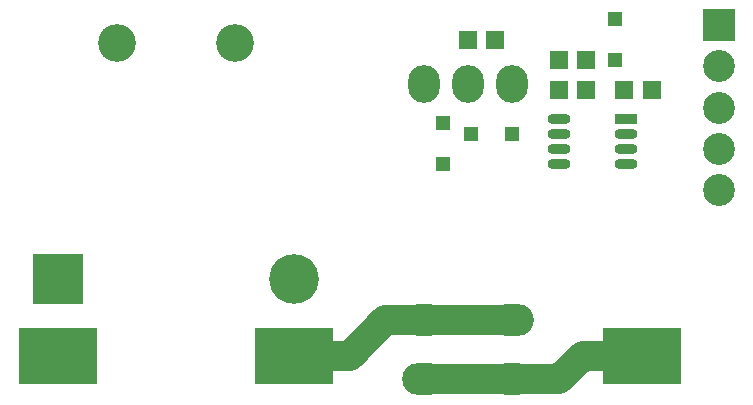
<source format=gbs>
G04*
G04 #@! TF.GenerationSoftware,Altium Limited,Altium Designer,19.0.5 (141)*
G04*
G04 Layer_Color=16711935*
%FSLAX25Y25*%
%MOIN*%
G70*
G01*
G75*
%ADD11C,0.12611*%
%ADD12R,0.16548X0.16548*%
%ADD13C,0.16548*%
%ADD14C,0.10642*%
%ADD15R,0.10642X0.10642*%
%ADD16O,0.14580X0.10642*%
%ADD17O,0.10642X0.12611*%
%ADD18R,0.26391X0.18517*%
%ADD44C,0.09843*%
%ADD48R,0.04737X0.04737*%
%ADD49R,0.04737X0.04737*%
%ADD50R,0.07690X0.03359*%
%ADD51O,0.07690X0.03359*%
%ADD52R,0.05918X0.05918*%
D11*
X84646Y122047D02*
D03*
X45276D02*
D03*
D12*
X25591Y43307D02*
D03*
D13*
X104331D02*
D03*
D14*
X246063Y72835D02*
D03*
Y114173D02*
D03*
Y100394D02*
D03*
Y86614D02*
D03*
D15*
Y127953D02*
D03*
D16*
X147638Y29528D02*
D03*
Y9843D02*
D03*
X177165Y29528D02*
D03*
Y9843D02*
D03*
D17*
X162402Y108268D02*
D03*
X177165D02*
D03*
X147638D02*
D03*
D18*
X25591Y17717D02*
D03*
X104331D02*
D03*
X220472D02*
D03*
D44*
X200787D02*
X220472D01*
X177165Y9843D02*
X192913D01*
X200787Y17717D01*
X147638Y9843D02*
X177165D01*
X104331Y17717D02*
X123031D01*
X134843Y29528D01*
X147638D01*
X177165D01*
D48*
X153937Y95394D02*
D03*
Y81614D02*
D03*
X211417Y116142D02*
D03*
Y129921D02*
D03*
D49*
X177165Y91614D02*
D03*
X163386D02*
D03*
D50*
X214961Y96614D02*
D03*
D51*
Y91614D02*
D03*
Y86614D02*
D03*
Y81614D02*
D03*
X192913Y96614D02*
D03*
Y91614D02*
D03*
Y86614D02*
D03*
Y81614D02*
D03*
D52*
X192717Y116142D02*
D03*
X201772D02*
D03*
X171457Y123031D02*
D03*
X162402D02*
D03*
X214567Y106299D02*
D03*
X223622D02*
D03*
X201772D02*
D03*
X192717D02*
D03*
M02*

</source>
